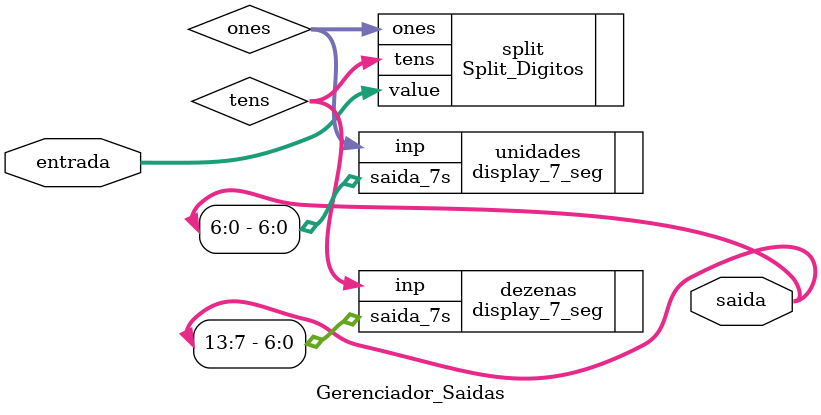
<source format=v>
module Gerenciador_Saidas (input [7:0] entrada, output [13:0] saida);

	wire [3:0] tens;
	wire [3:0] ones;


	Split_Digitos split (.value(entrada), .tens(tens), .ones(ones));

	display_7_seg dezenas (.inp(tens), .saida_7s( saida[13:7] ));

	display_7_seg unidades (.inp(ones), .saida_7s( saida[6:0] ));





endmodule 
</source>
